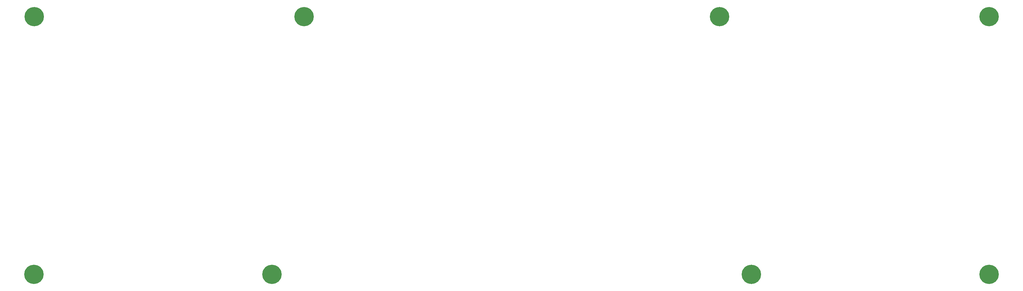
<source format=gbr>
%TF.GenerationSoftware,KiCad,Pcbnew,(6.0.7)*%
%TF.CreationDate,2022-10-09T17:04:34+02:00*%
%TF.ProjectId,skoosk backplate,736b6f6f-736b-4206-9261-636b706c6174,rev?*%
%TF.SameCoordinates,Original*%
%TF.FileFunction,Soldermask,Top*%
%TF.FilePolarity,Negative*%
%FSLAX46Y46*%
G04 Gerber Fmt 4.6, Leading zero omitted, Abs format (unit mm)*
G04 Created by KiCad (PCBNEW (6.0.7)) date 2022-10-09 17:04:34*
%MOMM*%
%LPD*%
G01*
G04 APERTURE LIST*
%ADD10C,5.400000*%
G04 APERTURE END LIST*
D10*
%TO.C,H1*%
X5588000Y-14147800D03*
%TD*%
%TO.C,H2*%
X81026000Y-14147800D03*
%TD*%
%TO.C,H7*%
X206095600Y-86283800D03*
%TD*%
%TO.C,H3*%
X197205600Y-14147800D03*
%TD*%
%TO.C,H8*%
X272567400Y-86258400D03*
%TD*%
%TO.C,H6*%
X72059800Y-86283800D03*
%TD*%
%TO.C,H4*%
X272592800Y-14173200D03*
%TD*%
%TO.C,H5*%
X5562600Y-86309200D03*
%TD*%
M02*

</source>
